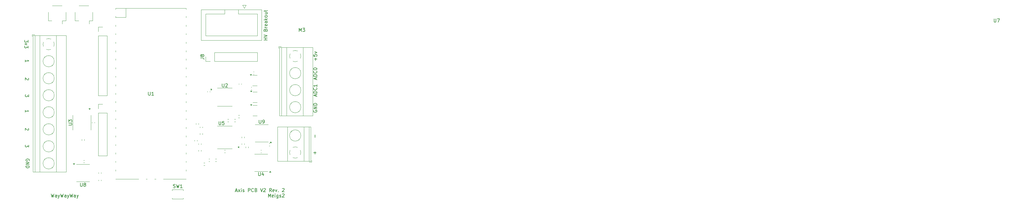
<source format=gto>
%TF.GenerationSoftware,KiCad,Pcbnew,8.0.2*%
%TF.CreationDate,2024-10-13T16:43:00-05:00*%
%TF.ProjectId,Axis_MCU_V3,41786973-5f4d-4435-955f-56332e6b6963,rev?*%
%TF.SameCoordinates,Original*%
%TF.FileFunction,Legend,Top*%
%TF.FilePolarity,Positive*%
%FSLAX46Y46*%
G04 Gerber Fmt 4.6, Leading zero omitted, Abs format (unit mm)*
G04 Created by KiCad (PCBNEW 8.0.2) date 2024-10-13 16:43:00*
%MOMM*%
%LPD*%
G01*
G04 APERTURE LIST*
%ADD10C,0.150000*%
%ADD11C,0.120000*%
G04 APERTURE END LIST*
D10*
X63545180Y-57266667D02*
X63545180Y-57885714D01*
X63545180Y-57885714D02*
X63164228Y-57552381D01*
X63164228Y-57552381D02*
X63164228Y-57695238D01*
X63164228Y-57695238D02*
X63116609Y-57790476D01*
X63116609Y-57790476D02*
X63068990Y-57838095D01*
X63068990Y-57838095D02*
X62973752Y-57885714D01*
X62973752Y-57885714D02*
X62735657Y-57885714D01*
X62735657Y-57885714D02*
X62640419Y-57838095D01*
X62640419Y-57838095D02*
X62592800Y-57790476D01*
X62592800Y-57790476D02*
X62545180Y-57695238D01*
X62545180Y-57695238D02*
X62545180Y-57409524D01*
X62545180Y-57409524D02*
X62592800Y-57314286D01*
X62592800Y-57314286D02*
X62640419Y-57266667D01*
X134654819Y-40980952D02*
X133654819Y-40980952D01*
X134131009Y-40980952D02*
X134131009Y-40409524D01*
X134654819Y-40409524D02*
X133654819Y-40409524D01*
X133654819Y-40076190D02*
X134654819Y-39742857D01*
X134654819Y-39742857D02*
X133654819Y-39409524D01*
X134131009Y-37980952D02*
X134178628Y-37838095D01*
X134178628Y-37838095D02*
X134226247Y-37790476D01*
X134226247Y-37790476D02*
X134321485Y-37742857D01*
X134321485Y-37742857D02*
X134464342Y-37742857D01*
X134464342Y-37742857D02*
X134559580Y-37790476D01*
X134559580Y-37790476D02*
X134607200Y-37838095D01*
X134607200Y-37838095D02*
X134654819Y-37933333D01*
X134654819Y-37933333D02*
X134654819Y-38314285D01*
X134654819Y-38314285D02*
X133654819Y-38314285D01*
X133654819Y-38314285D02*
X133654819Y-37980952D01*
X133654819Y-37980952D02*
X133702438Y-37885714D01*
X133702438Y-37885714D02*
X133750057Y-37838095D01*
X133750057Y-37838095D02*
X133845295Y-37790476D01*
X133845295Y-37790476D02*
X133940533Y-37790476D01*
X133940533Y-37790476D02*
X134035771Y-37838095D01*
X134035771Y-37838095D02*
X134083390Y-37885714D01*
X134083390Y-37885714D02*
X134131009Y-37980952D01*
X134131009Y-37980952D02*
X134131009Y-38314285D01*
X134654819Y-37314285D02*
X133988152Y-37314285D01*
X134178628Y-37314285D02*
X134083390Y-37266666D01*
X134083390Y-37266666D02*
X134035771Y-37219047D01*
X134035771Y-37219047D02*
X133988152Y-37123809D01*
X133988152Y-37123809D02*
X133988152Y-37028571D01*
X134607200Y-36314285D02*
X134654819Y-36409523D01*
X134654819Y-36409523D02*
X134654819Y-36599999D01*
X134654819Y-36599999D02*
X134607200Y-36695237D01*
X134607200Y-36695237D02*
X134511961Y-36742856D01*
X134511961Y-36742856D02*
X134131009Y-36742856D01*
X134131009Y-36742856D02*
X134035771Y-36695237D01*
X134035771Y-36695237D02*
X133988152Y-36599999D01*
X133988152Y-36599999D02*
X133988152Y-36409523D01*
X133988152Y-36409523D02*
X134035771Y-36314285D01*
X134035771Y-36314285D02*
X134131009Y-36266666D01*
X134131009Y-36266666D02*
X134226247Y-36266666D01*
X134226247Y-36266666D02*
X134321485Y-36742856D01*
X134654819Y-35409523D02*
X134131009Y-35409523D01*
X134131009Y-35409523D02*
X134035771Y-35457142D01*
X134035771Y-35457142D02*
X133988152Y-35552380D01*
X133988152Y-35552380D02*
X133988152Y-35742856D01*
X133988152Y-35742856D02*
X134035771Y-35838094D01*
X134607200Y-35409523D02*
X134654819Y-35504761D01*
X134654819Y-35504761D02*
X134654819Y-35742856D01*
X134654819Y-35742856D02*
X134607200Y-35838094D01*
X134607200Y-35838094D02*
X134511961Y-35885713D01*
X134511961Y-35885713D02*
X134416723Y-35885713D01*
X134416723Y-35885713D02*
X134321485Y-35838094D01*
X134321485Y-35838094D02*
X134273866Y-35742856D01*
X134273866Y-35742856D02*
X134273866Y-35504761D01*
X134273866Y-35504761D02*
X134226247Y-35409523D01*
X134654819Y-34933332D02*
X133654819Y-34933332D01*
X134273866Y-34838094D02*
X134654819Y-34552380D01*
X133988152Y-34552380D02*
X134369104Y-34933332D01*
X134654819Y-33980951D02*
X134607200Y-34076189D01*
X134607200Y-34076189D02*
X134559580Y-34123808D01*
X134559580Y-34123808D02*
X134464342Y-34171427D01*
X134464342Y-34171427D02*
X134178628Y-34171427D01*
X134178628Y-34171427D02*
X134083390Y-34123808D01*
X134083390Y-34123808D02*
X134035771Y-34076189D01*
X134035771Y-34076189D02*
X133988152Y-33980951D01*
X133988152Y-33980951D02*
X133988152Y-33838094D01*
X133988152Y-33838094D02*
X134035771Y-33742856D01*
X134035771Y-33742856D02*
X134083390Y-33695237D01*
X134083390Y-33695237D02*
X134178628Y-33647618D01*
X134178628Y-33647618D02*
X134464342Y-33647618D01*
X134464342Y-33647618D02*
X134559580Y-33695237D01*
X134559580Y-33695237D02*
X134607200Y-33742856D01*
X134607200Y-33742856D02*
X134654819Y-33838094D01*
X134654819Y-33838094D02*
X134654819Y-33980951D01*
X133988152Y-32790475D02*
X134654819Y-32790475D01*
X133988152Y-33219046D02*
X134511961Y-33219046D01*
X134511961Y-33219046D02*
X134607200Y-33171427D01*
X134607200Y-33171427D02*
X134654819Y-33076189D01*
X134654819Y-33076189D02*
X134654819Y-32933332D01*
X134654819Y-32933332D02*
X134607200Y-32838094D01*
X134607200Y-32838094D02*
X134559580Y-32790475D01*
X133988152Y-32457141D02*
X133988152Y-32076189D01*
X133654819Y-32314284D02*
X134511961Y-32314284D01*
X134511961Y-32314284D02*
X134607200Y-32266665D01*
X134607200Y-32266665D02*
X134654819Y-32171427D01*
X134654819Y-32171427D02*
X134654819Y-32076189D01*
X63449942Y-67314286D02*
X63497561Y-67361905D01*
X63497561Y-67361905D02*
X63545180Y-67457143D01*
X63545180Y-67457143D02*
X63545180Y-67695238D01*
X63545180Y-67695238D02*
X63497561Y-67790476D01*
X63497561Y-67790476D02*
X63449942Y-67838095D01*
X63449942Y-67838095D02*
X63354704Y-67885714D01*
X63354704Y-67885714D02*
X63259466Y-67885714D01*
X63259466Y-67885714D02*
X63116609Y-67838095D01*
X63116609Y-67838095D02*
X62545180Y-67266667D01*
X62545180Y-67266667D02*
X62545180Y-67885714D01*
X149073866Y-47038094D02*
X149073866Y-46276190D01*
X149454819Y-46657142D02*
X148692914Y-46657142D01*
X148454819Y-45323809D02*
X148454819Y-45799999D01*
X148454819Y-45799999D02*
X148931009Y-45847618D01*
X148931009Y-45847618D02*
X148883390Y-45799999D01*
X148883390Y-45799999D02*
X148835771Y-45704761D01*
X148835771Y-45704761D02*
X148835771Y-45466666D01*
X148835771Y-45466666D02*
X148883390Y-45371428D01*
X148883390Y-45371428D02*
X148931009Y-45323809D01*
X148931009Y-45323809D02*
X149026247Y-45276190D01*
X149026247Y-45276190D02*
X149264342Y-45276190D01*
X149264342Y-45276190D02*
X149359580Y-45323809D01*
X149359580Y-45323809D02*
X149407200Y-45371428D01*
X149407200Y-45371428D02*
X149454819Y-45466666D01*
X149454819Y-45466666D02*
X149454819Y-45704761D01*
X149454819Y-45704761D02*
X149407200Y-45799999D01*
X149407200Y-45799999D02*
X149359580Y-45847618D01*
X148788152Y-44942856D02*
X149454819Y-44704761D01*
X149454819Y-44704761D02*
X148788152Y-44466666D01*
X70241541Y-86869819D02*
X70479636Y-87869819D01*
X70479636Y-87869819D02*
X70670112Y-87155533D01*
X70670112Y-87155533D02*
X70860588Y-87869819D01*
X70860588Y-87869819D02*
X71098684Y-86869819D01*
X71908207Y-87869819D02*
X71908207Y-87346009D01*
X71908207Y-87346009D02*
X71860588Y-87250771D01*
X71860588Y-87250771D02*
X71765350Y-87203152D01*
X71765350Y-87203152D02*
X71574874Y-87203152D01*
X71574874Y-87203152D02*
X71479636Y-87250771D01*
X71908207Y-87822200D02*
X71812969Y-87869819D01*
X71812969Y-87869819D02*
X71574874Y-87869819D01*
X71574874Y-87869819D02*
X71479636Y-87822200D01*
X71479636Y-87822200D02*
X71432017Y-87726961D01*
X71432017Y-87726961D02*
X71432017Y-87631723D01*
X71432017Y-87631723D02*
X71479636Y-87536485D01*
X71479636Y-87536485D02*
X71574874Y-87488866D01*
X71574874Y-87488866D02*
X71812969Y-87488866D01*
X71812969Y-87488866D02*
X71908207Y-87441247D01*
X72289160Y-87203152D02*
X72527255Y-87869819D01*
X72765350Y-87203152D02*
X72527255Y-87869819D01*
X72527255Y-87869819D02*
X72432017Y-88107914D01*
X72432017Y-88107914D02*
X72384398Y-88155533D01*
X72384398Y-88155533D02*
X72289160Y-88203152D01*
X73051065Y-86869819D02*
X73289160Y-87869819D01*
X73289160Y-87869819D02*
X73479636Y-87155533D01*
X73479636Y-87155533D02*
X73670112Y-87869819D01*
X73670112Y-87869819D02*
X73908208Y-86869819D01*
X74717731Y-87869819D02*
X74717731Y-87346009D01*
X74717731Y-87346009D02*
X74670112Y-87250771D01*
X74670112Y-87250771D02*
X74574874Y-87203152D01*
X74574874Y-87203152D02*
X74384398Y-87203152D01*
X74384398Y-87203152D02*
X74289160Y-87250771D01*
X74717731Y-87822200D02*
X74622493Y-87869819D01*
X74622493Y-87869819D02*
X74384398Y-87869819D01*
X74384398Y-87869819D02*
X74289160Y-87822200D01*
X74289160Y-87822200D02*
X74241541Y-87726961D01*
X74241541Y-87726961D02*
X74241541Y-87631723D01*
X74241541Y-87631723D02*
X74289160Y-87536485D01*
X74289160Y-87536485D02*
X74384398Y-87488866D01*
X74384398Y-87488866D02*
X74622493Y-87488866D01*
X74622493Y-87488866D02*
X74717731Y-87441247D01*
X75098684Y-87203152D02*
X75336779Y-87869819D01*
X75574874Y-87203152D02*
X75336779Y-87869819D01*
X75336779Y-87869819D02*
X75241541Y-88107914D01*
X75241541Y-88107914D02*
X75193922Y-88155533D01*
X75193922Y-88155533D02*
X75098684Y-88203152D01*
X75860589Y-86869819D02*
X76098684Y-87869819D01*
X76098684Y-87869819D02*
X76289160Y-87155533D01*
X76289160Y-87155533D02*
X76479636Y-87869819D01*
X76479636Y-87869819D02*
X76717732Y-86869819D01*
X77527255Y-87869819D02*
X77527255Y-87346009D01*
X77527255Y-87346009D02*
X77479636Y-87250771D01*
X77479636Y-87250771D02*
X77384398Y-87203152D01*
X77384398Y-87203152D02*
X77193922Y-87203152D01*
X77193922Y-87203152D02*
X77098684Y-87250771D01*
X77527255Y-87822200D02*
X77432017Y-87869819D01*
X77432017Y-87869819D02*
X77193922Y-87869819D01*
X77193922Y-87869819D02*
X77098684Y-87822200D01*
X77098684Y-87822200D02*
X77051065Y-87726961D01*
X77051065Y-87726961D02*
X77051065Y-87631723D01*
X77051065Y-87631723D02*
X77098684Y-87536485D01*
X77098684Y-87536485D02*
X77193922Y-87488866D01*
X77193922Y-87488866D02*
X77432017Y-87488866D01*
X77432017Y-87488866D02*
X77527255Y-87441247D01*
X77908208Y-87203152D02*
X78146303Y-87869819D01*
X78384398Y-87203152D02*
X78146303Y-87869819D01*
X78146303Y-87869819D02*
X78051065Y-88107914D01*
X78051065Y-88107914D02*
X78003446Y-88155533D01*
X78003446Y-88155533D02*
X77908208Y-88203152D01*
X148502438Y-61961904D02*
X148454819Y-62057142D01*
X148454819Y-62057142D02*
X148454819Y-62199999D01*
X148454819Y-62199999D02*
X148502438Y-62342856D01*
X148502438Y-62342856D02*
X148597676Y-62438094D01*
X148597676Y-62438094D02*
X148692914Y-62485713D01*
X148692914Y-62485713D02*
X148883390Y-62533332D01*
X148883390Y-62533332D02*
X149026247Y-62533332D01*
X149026247Y-62533332D02*
X149216723Y-62485713D01*
X149216723Y-62485713D02*
X149311961Y-62438094D01*
X149311961Y-62438094D02*
X149407200Y-62342856D01*
X149407200Y-62342856D02*
X149454819Y-62199999D01*
X149454819Y-62199999D02*
X149454819Y-62104761D01*
X149454819Y-62104761D02*
X149407200Y-61961904D01*
X149407200Y-61961904D02*
X149359580Y-61914285D01*
X149359580Y-61914285D02*
X149026247Y-61914285D01*
X149026247Y-61914285D02*
X149026247Y-62104761D01*
X149454819Y-61485713D02*
X148454819Y-61485713D01*
X148454819Y-61485713D02*
X149454819Y-60914285D01*
X149454819Y-60914285D02*
X148454819Y-60914285D01*
X149454819Y-60438094D02*
X148454819Y-60438094D01*
X148454819Y-60438094D02*
X148454819Y-60199999D01*
X148454819Y-60199999D02*
X148502438Y-60057142D01*
X148502438Y-60057142D02*
X148597676Y-59961904D01*
X148597676Y-59961904D02*
X148692914Y-59914285D01*
X148692914Y-59914285D02*
X148883390Y-59866666D01*
X148883390Y-59866666D02*
X149026247Y-59866666D01*
X149026247Y-59866666D02*
X149216723Y-59914285D01*
X149216723Y-59914285D02*
X149311961Y-59961904D01*
X149311961Y-59961904D02*
X149407200Y-60057142D01*
X149407200Y-60057142D02*
X149454819Y-60199999D01*
X149454819Y-60199999D02*
X149454819Y-60438094D01*
X62545180Y-62485714D02*
X62545180Y-61914286D01*
X62545180Y-62200000D02*
X63545180Y-62200000D01*
X63545180Y-62200000D02*
X63402323Y-62104762D01*
X63402323Y-62104762D02*
X63307085Y-62009524D01*
X63307085Y-62009524D02*
X63259466Y-61914286D01*
X63697561Y-77038095D02*
X63745180Y-76942857D01*
X63745180Y-76942857D02*
X63745180Y-76800000D01*
X63745180Y-76800000D02*
X63697561Y-76657143D01*
X63697561Y-76657143D02*
X63602323Y-76561905D01*
X63602323Y-76561905D02*
X63507085Y-76514286D01*
X63507085Y-76514286D02*
X63316609Y-76466667D01*
X63316609Y-76466667D02*
X63173752Y-76466667D01*
X63173752Y-76466667D02*
X62983276Y-76514286D01*
X62983276Y-76514286D02*
X62888038Y-76561905D01*
X62888038Y-76561905D02*
X62792800Y-76657143D01*
X62792800Y-76657143D02*
X62745180Y-76800000D01*
X62745180Y-76800000D02*
X62745180Y-76895238D01*
X62745180Y-76895238D02*
X62792800Y-77038095D01*
X62792800Y-77038095D02*
X62840419Y-77085714D01*
X62840419Y-77085714D02*
X63173752Y-77085714D01*
X63173752Y-77085714D02*
X63173752Y-76895238D01*
X62745180Y-77514286D02*
X63745180Y-77514286D01*
X63745180Y-77514286D02*
X62745180Y-78085714D01*
X62745180Y-78085714D02*
X63745180Y-78085714D01*
X62745180Y-78561905D02*
X63745180Y-78561905D01*
X63745180Y-78561905D02*
X63745180Y-78800000D01*
X63745180Y-78800000D02*
X63697561Y-78942857D01*
X63697561Y-78942857D02*
X63602323Y-79038095D01*
X63602323Y-79038095D02*
X63507085Y-79085714D01*
X63507085Y-79085714D02*
X63316609Y-79133333D01*
X63316609Y-79133333D02*
X63173752Y-79133333D01*
X63173752Y-79133333D02*
X62983276Y-79085714D01*
X62983276Y-79085714D02*
X62888038Y-79038095D01*
X62888038Y-79038095D02*
X62792800Y-78942857D01*
X62792800Y-78942857D02*
X62745180Y-78800000D01*
X62745180Y-78800000D02*
X62745180Y-78561905D01*
X63449942Y-52314286D02*
X63497561Y-52361905D01*
X63497561Y-52361905D02*
X63545180Y-52457143D01*
X63545180Y-52457143D02*
X63545180Y-52695238D01*
X63545180Y-52695238D02*
X63497561Y-52790476D01*
X63497561Y-52790476D02*
X63449942Y-52838095D01*
X63449942Y-52838095D02*
X63354704Y-52885714D01*
X63354704Y-52885714D02*
X63259466Y-52885714D01*
X63259466Y-52885714D02*
X63116609Y-52838095D01*
X63116609Y-52838095D02*
X62545180Y-52266667D01*
X62545180Y-52266667D02*
X62545180Y-52885714D01*
X144190476Y-38454819D02*
X144190476Y-37454819D01*
X144190476Y-37454819D02*
X144523809Y-38169104D01*
X144523809Y-38169104D02*
X144857142Y-37454819D01*
X144857142Y-37454819D02*
X144857142Y-38454819D01*
X145238095Y-37454819D02*
X145857142Y-37454819D01*
X145857142Y-37454819D02*
X145523809Y-37835771D01*
X145523809Y-37835771D02*
X145666666Y-37835771D01*
X145666666Y-37835771D02*
X145761904Y-37883390D01*
X145761904Y-37883390D02*
X145809523Y-37931009D01*
X145809523Y-37931009D02*
X145857142Y-38026247D01*
X145857142Y-38026247D02*
X145857142Y-38264342D01*
X145857142Y-38264342D02*
X145809523Y-38359580D01*
X145809523Y-38359580D02*
X145761904Y-38407200D01*
X145761904Y-38407200D02*
X145666666Y-38454819D01*
X145666666Y-38454819D02*
X145380952Y-38454819D01*
X145380952Y-38454819D02*
X145285714Y-38407200D01*
X145285714Y-38407200D02*
X145238095Y-38359580D01*
X125234648Y-85974160D02*
X125710838Y-85974160D01*
X125139410Y-86259875D02*
X125472743Y-85259875D01*
X125472743Y-85259875D02*
X125806076Y-86259875D01*
X126044172Y-86259875D02*
X126567981Y-85593208D01*
X126044172Y-85593208D02*
X126567981Y-86259875D01*
X126948934Y-86259875D02*
X126948934Y-85593208D01*
X126948934Y-85259875D02*
X126901315Y-85307494D01*
X126901315Y-85307494D02*
X126948934Y-85355113D01*
X126948934Y-85355113D02*
X126996553Y-85307494D01*
X126996553Y-85307494D02*
X126948934Y-85259875D01*
X126948934Y-85259875D02*
X126948934Y-85355113D01*
X127377505Y-86212256D02*
X127472743Y-86259875D01*
X127472743Y-86259875D02*
X127663219Y-86259875D01*
X127663219Y-86259875D02*
X127758457Y-86212256D01*
X127758457Y-86212256D02*
X127806076Y-86117017D01*
X127806076Y-86117017D02*
X127806076Y-86069398D01*
X127806076Y-86069398D02*
X127758457Y-85974160D01*
X127758457Y-85974160D02*
X127663219Y-85926541D01*
X127663219Y-85926541D02*
X127520362Y-85926541D01*
X127520362Y-85926541D02*
X127425124Y-85878922D01*
X127425124Y-85878922D02*
X127377505Y-85783684D01*
X127377505Y-85783684D02*
X127377505Y-85736065D01*
X127377505Y-85736065D02*
X127425124Y-85640827D01*
X127425124Y-85640827D02*
X127520362Y-85593208D01*
X127520362Y-85593208D02*
X127663219Y-85593208D01*
X127663219Y-85593208D02*
X127758457Y-85640827D01*
X128996553Y-86259875D02*
X128996553Y-85259875D01*
X128996553Y-85259875D02*
X129377505Y-85259875D01*
X129377505Y-85259875D02*
X129472743Y-85307494D01*
X129472743Y-85307494D02*
X129520362Y-85355113D01*
X129520362Y-85355113D02*
X129567981Y-85450351D01*
X129567981Y-85450351D02*
X129567981Y-85593208D01*
X129567981Y-85593208D02*
X129520362Y-85688446D01*
X129520362Y-85688446D02*
X129472743Y-85736065D01*
X129472743Y-85736065D02*
X129377505Y-85783684D01*
X129377505Y-85783684D02*
X128996553Y-85783684D01*
X130567981Y-86164636D02*
X130520362Y-86212256D01*
X130520362Y-86212256D02*
X130377505Y-86259875D01*
X130377505Y-86259875D02*
X130282267Y-86259875D01*
X130282267Y-86259875D02*
X130139410Y-86212256D01*
X130139410Y-86212256D02*
X130044172Y-86117017D01*
X130044172Y-86117017D02*
X129996553Y-86021779D01*
X129996553Y-86021779D02*
X129948934Y-85831303D01*
X129948934Y-85831303D02*
X129948934Y-85688446D01*
X129948934Y-85688446D02*
X129996553Y-85497970D01*
X129996553Y-85497970D02*
X130044172Y-85402732D01*
X130044172Y-85402732D02*
X130139410Y-85307494D01*
X130139410Y-85307494D02*
X130282267Y-85259875D01*
X130282267Y-85259875D02*
X130377505Y-85259875D01*
X130377505Y-85259875D02*
X130520362Y-85307494D01*
X130520362Y-85307494D02*
X130567981Y-85355113D01*
X131329886Y-85736065D02*
X131472743Y-85783684D01*
X131472743Y-85783684D02*
X131520362Y-85831303D01*
X131520362Y-85831303D02*
X131567981Y-85926541D01*
X131567981Y-85926541D02*
X131567981Y-86069398D01*
X131567981Y-86069398D02*
X131520362Y-86164636D01*
X131520362Y-86164636D02*
X131472743Y-86212256D01*
X131472743Y-86212256D02*
X131377505Y-86259875D01*
X131377505Y-86259875D02*
X130996553Y-86259875D01*
X130996553Y-86259875D02*
X130996553Y-85259875D01*
X130996553Y-85259875D02*
X131329886Y-85259875D01*
X131329886Y-85259875D02*
X131425124Y-85307494D01*
X131425124Y-85307494D02*
X131472743Y-85355113D01*
X131472743Y-85355113D02*
X131520362Y-85450351D01*
X131520362Y-85450351D02*
X131520362Y-85545589D01*
X131520362Y-85545589D02*
X131472743Y-85640827D01*
X131472743Y-85640827D02*
X131425124Y-85688446D01*
X131425124Y-85688446D02*
X131329886Y-85736065D01*
X131329886Y-85736065D02*
X130996553Y-85736065D01*
X132615601Y-85259875D02*
X132948934Y-86259875D01*
X132948934Y-86259875D02*
X133282267Y-85259875D01*
X133567982Y-85355113D02*
X133615601Y-85307494D01*
X133615601Y-85307494D02*
X133710839Y-85259875D01*
X133710839Y-85259875D02*
X133948934Y-85259875D01*
X133948934Y-85259875D02*
X134044172Y-85307494D01*
X134044172Y-85307494D02*
X134091791Y-85355113D01*
X134091791Y-85355113D02*
X134139410Y-85450351D01*
X134139410Y-85450351D02*
X134139410Y-85545589D01*
X134139410Y-85545589D02*
X134091791Y-85688446D01*
X134091791Y-85688446D02*
X133520363Y-86259875D01*
X133520363Y-86259875D02*
X134139410Y-86259875D01*
X135901315Y-86259875D02*
X135567982Y-85783684D01*
X135329887Y-86259875D02*
X135329887Y-85259875D01*
X135329887Y-85259875D02*
X135710839Y-85259875D01*
X135710839Y-85259875D02*
X135806077Y-85307494D01*
X135806077Y-85307494D02*
X135853696Y-85355113D01*
X135853696Y-85355113D02*
X135901315Y-85450351D01*
X135901315Y-85450351D02*
X135901315Y-85593208D01*
X135901315Y-85593208D02*
X135853696Y-85688446D01*
X135853696Y-85688446D02*
X135806077Y-85736065D01*
X135806077Y-85736065D02*
X135710839Y-85783684D01*
X135710839Y-85783684D02*
X135329887Y-85783684D01*
X136710839Y-86212256D02*
X136615601Y-86259875D01*
X136615601Y-86259875D02*
X136425125Y-86259875D01*
X136425125Y-86259875D02*
X136329887Y-86212256D01*
X136329887Y-86212256D02*
X136282268Y-86117017D01*
X136282268Y-86117017D02*
X136282268Y-85736065D01*
X136282268Y-85736065D02*
X136329887Y-85640827D01*
X136329887Y-85640827D02*
X136425125Y-85593208D01*
X136425125Y-85593208D02*
X136615601Y-85593208D01*
X136615601Y-85593208D02*
X136710839Y-85640827D01*
X136710839Y-85640827D02*
X136758458Y-85736065D01*
X136758458Y-85736065D02*
X136758458Y-85831303D01*
X136758458Y-85831303D02*
X136282268Y-85926541D01*
X137091792Y-85593208D02*
X137329887Y-86259875D01*
X137329887Y-86259875D02*
X137567982Y-85593208D01*
X137948935Y-86164636D02*
X137996554Y-86212256D01*
X137996554Y-86212256D02*
X137948935Y-86259875D01*
X137948935Y-86259875D02*
X137901316Y-86212256D01*
X137901316Y-86212256D02*
X137948935Y-86164636D01*
X137948935Y-86164636D02*
X137948935Y-86259875D01*
X139139411Y-85355113D02*
X139187030Y-85307494D01*
X139187030Y-85307494D02*
X139282268Y-85259875D01*
X139282268Y-85259875D02*
X139520363Y-85259875D01*
X139520363Y-85259875D02*
X139615601Y-85307494D01*
X139615601Y-85307494D02*
X139663220Y-85355113D01*
X139663220Y-85355113D02*
X139710839Y-85450351D01*
X139710839Y-85450351D02*
X139710839Y-85545589D01*
X139710839Y-85545589D02*
X139663220Y-85688446D01*
X139663220Y-85688446D02*
X139091792Y-86259875D01*
X139091792Y-86259875D02*
X139710839Y-86259875D01*
X134996554Y-87869819D02*
X134996554Y-86869819D01*
X134996554Y-86869819D02*
X135329887Y-87584104D01*
X135329887Y-87584104D02*
X135663220Y-86869819D01*
X135663220Y-86869819D02*
X135663220Y-87869819D01*
X136520363Y-87822200D02*
X136425125Y-87869819D01*
X136425125Y-87869819D02*
X136234649Y-87869819D01*
X136234649Y-87869819D02*
X136139411Y-87822200D01*
X136139411Y-87822200D02*
X136091792Y-87726961D01*
X136091792Y-87726961D02*
X136091792Y-87346009D01*
X136091792Y-87346009D02*
X136139411Y-87250771D01*
X136139411Y-87250771D02*
X136234649Y-87203152D01*
X136234649Y-87203152D02*
X136425125Y-87203152D01*
X136425125Y-87203152D02*
X136520363Y-87250771D01*
X136520363Y-87250771D02*
X136567982Y-87346009D01*
X136567982Y-87346009D02*
X136567982Y-87441247D01*
X136567982Y-87441247D02*
X136091792Y-87536485D01*
X136996554Y-87869819D02*
X136996554Y-87203152D01*
X136996554Y-86869819D02*
X136948935Y-86917438D01*
X136948935Y-86917438D02*
X136996554Y-86965057D01*
X136996554Y-86965057D02*
X137044173Y-86917438D01*
X137044173Y-86917438D02*
X136996554Y-86869819D01*
X136996554Y-86869819D02*
X136996554Y-86965057D01*
X137901315Y-87203152D02*
X137901315Y-88012676D01*
X137901315Y-88012676D02*
X137853696Y-88107914D01*
X137853696Y-88107914D02*
X137806077Y-88155533D01*
X137806077Y-88155533D02*
X137710839Y-88203152D01*
X137710839Y-88203152D02*
X137567982Y-88203152D01*
X137567982Y-88203152D02*
X137472744Y-88155533D01*
X137901315Y-87822200D02*
X137806077Y-87869819D01*
X137806077Y-87869819D02*
X137615601Y-87869819D01*
X137615601Y-87869819D02*
X137520363Y-87822200D01*
X137520363Y-87822200D02*
X137472744Y-87774580D01*
X137472744Y-87774580D02*
X137425125Y-87679342D01*
X137425125Y-87679342D02*
X137425125Y-87393628D01*
X137425125Y-87393628D02*
X137472744Y-87298390D01*
X137472744Y-87298390D02*
X137520363Y-87250771D01*
X137520363Y-87250771D02*
X137615601Y-87203152D01*
X137615601Y-87203152D02*
X137806077Y-87203152D01*
X137806077Y-87203152D02*
X137901315Y-87250771D01*
X138329887Y-87822200D02*
X138425125Y-87869819D01*
X138425125Y-87869819D02*
X138615601Y-87869819D01*
X138615601Y-87869819D02*
X138710839Y-87822200D01*
X138710839Y-87822200D02*
X138758458Y-87726961D01*
X138758458Y-87726961D02*
X138758458Y-87679342D01*
X138758458Y-87679342D02*
X138710839Y-87584104D01*
X138710839Y-87584104D02*
X138615601Y-87536485D01*
X138615601Y-87536485D02*
X138472744Y-87536485D01*
X138472744Y-87536485D02*
X138377506Y-87488866D01*
X138377506Y-87488866D02*
X138329887Y-87393628D01*
X138329887Y-87393628D02*
X138329887Y-87346009D01*
X138329887Y-87346009D02*
X138377506Y-87250771D01*
X138377506Y-87250771D02*
X138472744Y-87203152D01*
X138472744Y-87203152D02*
X138615601Y-87203152D01*
X138615601Y-87203152D02*
X138710839Y-87250771D01*
X139139411Y-86965057D02*
X139187030Y-86917438D01*
X139187030Y-86917438D02*
X139282268Y-86869819D01*
X139282268Y-86869819D02*
X139520363Y-86869819D01*
X139520363Y-86869819D02*
X139615601Y-86917438D01*
X139615601Y-86917438D02*
X139663220Y-86965057D01*
X139663220Y-86965057D02*
X139710839Y-87060295D01*
X139710839Y-87060295D02*
X139710839Y-87155533D01*
X139710839Y-87155533D02*
X139663220Y-87298390D01*
X139663220Y-87298390D02*
X139091792Y-87869819D01*
X139091792Y-87869819D02*
X139710839Y-87869819D01*
X148873866Y-74980951D02*
X148873866Y-74219047D01*
X149254819Y-74599999D02*
X148492914Y-74599999D01*
X149169104Y-52714285D02*
X149169104Y-52238095D01*
X149454819Y-52809523D02*
X148454819Y-52476190D01*
X148454819Y-52476190D02*
X149454819Y-52142857D01*
X149454819Y-51809523D02*
X148454819Y-51809523D01*
X148454819Y-51809523D02*
X148454819Y-51571428D01*
X148454819Y-51571428D02*
X148502438Y-51428571D01*
X148502438Y-51428571D02*
X148597676Y-51333333D01*
X148597676Y-51333333D02*
X148692914Y-51285714D01*
X148692914Y-51285714D02*
X148883390Y-51238095D01*
X148883390Y-51238095D02*
X149026247Y-51238095D01*
X149026247Y-51238095D02*
X149216723Y-51285714D01*
X149216723Y-51285714D02*
X149311961Y-51333333D01*
X149311961Y-51333333D02*
X149407200Y-51428571D01*
X149407200Y-51428571D02*
X149454819Y-51571428D01*
X149454819Y-51571428D02*
X149454819Y-51809523D01*
X149359580Y-50238095D02*
X149407200Y-50285714D01*
X149407200Y-50285714D02*
X149454819Y-50428571D01*
X149454819Y-50428571D02*
X149454819Y-50523809D01*
X149454819Y-50523809D02*
X149407200Y-50666666D01*
X149407200Y-50666666D02*
X149311961Y-50761904D01*
X149311961Y-50761904D02*
X149216723Y-50809523D01*
X149216723Y-50809523D02*
X149026247Y-50857142D01*
X149026247Y-50857142D02*
X148883390Y-50857142D01*
X148883390Y-50857142D02*
X148692914Y-50809523D01*
X148692914Y-50809523D02*
X148597676Y-50761904D01*
X148597676Y-50761904D02*
X148502438Y-50666666D01*
X148502438Y-50666666D02*
X148454819Y-50523809D01*
X148454819Y-50523809D02*
X148454819Y-50428571D01*
X148454819Y-50428571D02*
X148502438Y-50285714D01*
X148502438Y-50285714D02*
X148550057Y-50238095D01*
X148454819Y-49619047D02*
X148454819Y-49523809D01*
X148454819Y-49523809D02*
X148502438Y-49428571D01*
X148502438Y-49428571D02*
X148550057Y-49380952D01*
X148550057Y-49380952D02*
X148645295Y-49333333D01*
X148645295Y-49333333D02*
X148835771Y-49285714D01*
X148835771Y-49285714D02*
X149073866Y-49285714D01*
X149073866Y-49285714D02*
X149264342Y-49333333D01*
X149264342Y-49333333D02*
X149359580Y-49380952D01*
X149359580Y-49380952D02*
X149407200Y-49428571D01*
X149407200Y-49428571D02*
X149454819Y-49523809D01*
X149454819Y-49523809D02*
X149454819Y-49619047D01*
X149454819Y-49619047D02*
X149407200Y-49714285D01*
X149407200Y-49714285D02*
X149359580Y-49761904D01*
X149359580Y-49761904D02*
X149264342Y-49809523D01*
X149264342Y-49809523D02*
X149073866Y-49857142D01*
X149073866Y-49857142D02*
X148835771Y-49857142D01*
X148835771Y-49857142D02*
X148645295Y-49809523D01*
X148645295Y-49809523D02*
X148550057Y-49761904D01*
X148550057Y-49761904D02*
X148502438Y-49714285D01*
X148502438Y-49714285D02*
X148454819Y-49619047D01*
X63345180Y-41009524D02*
X63345180Y-41628571D01*
X63345180Y-41628571D02*
X62964228Y-41295238D01*
X62964228Y-41295238D02*
X62964228Y-41438095D01*
X62964228Y-41438095D02*
X62916609Y-41533333D01*
X62916609Y-41533333D02*
X62868990Y-41580952D01*
X62868990Y-41580952D02*
X62773752Y-41628571D01*
X62773752Y-41628571D02*
X62535657Y-41628571D01*
X62535657Y-41628571D02*
X62440419Y-41580952D01*
X62440419Y-41580952D02*
X62392800Y-41533333D01*
X62392800Y-41533333D02*
X62345180Y-41438095D01*
X62345180Y-41438095D02*
X62345180Y-41152381D01*
X62345180Y-41152381D02*
X62392800Y-41057143D01*
X62392800Y-41057143D02*
X62440419Y-41009524D01*
X63011847Y-41961905D02*
X62345180Y-42200000D01*
X62345180Y-42200000D02*
X63011847Y-42438095D01*
X63345180Y-42723810D02*
X63345180Y-43342857D01*
X63345180Y-43342857D02*
X62964228Y-43009524D01*
X62964228Y-43009524D02*
X62964228Y-43152381D01*
X62964228Y-43152381D02*
X62916609Y-43247619D01*
X62916609Y-43247619D02*
X62868990Y-43295238D01*
X62868990Y-43295238D02*
X62773752Y-43342857D01*
X62773752Y-43342857D02*
X62535657Y-43342857D01*
X62535657Y-43342857D02*
X62440419Y-43295238D01*
X62440419Y-43295238D02*
X62392800Y-43247619D01*
X62392800Y-43247619D02*
X62345180Y-43152381D01*
X62345180Y-43152381D02*
X62345180Y-42866667D01*
X62345180Y-42866667D02*
X62392800Y-42771429D01*
X62392800Y-42771429D02*
X62440419Y-42723810D01*
X63545180Y-72266667D02*
X63545180Y-72885714D01*
X63545180Y-72885714D02*
X63164228Y-72552381D01*
X63164228Y-72552381D02*
X63164228Y-72695238D01*
X63164228Y-72695238D02*
X63116609Y-72790476D01*
X63116609Y-72790476D02*
X63068990Y-72838095D01*
X63068990Y-72838095D02*
X62973752Y-72885714D01*
X62973752Y-72885714D02*
X62735657Y-72885714D01*
X62735657Y-72885714D02*
X62640419Y-72838095D01*
X62640419Y-72838095D02*
X62592800Y-72790476D01*
X62592800Y-72790476D02*
X62545180Y-72695238D01*
X62545180Y-72695238D02*
X62545180Y-72409524D01*
X62545180Y-72409524D02*
X62592800Y-72314286D01*
X62592800Y-72314286D02*
X62640419Y-72266667D01*
X148873866Y-69980951D02*
X148873866Y-69219047D01*
X149169104Y-57714285D02*
X149169104Y-57238095D01*
X149454819Y-57809523D02*
X148454819Y-57476190D01*
X148454819Y-57476190D02*
X149454819Y-57142857D01*
X149454819Y-56809523D02*
X148454819Y-56809523D01*
X148454819Y-56809523D02*
X148454819Y-56571428D01*
X148454819Y-56571428D02*
X148502438Y-56428571D01*
X148502438Y-56428571D02*
X148597676Y-56333333D01*
X148597676Y-56333333D02*
X148692914Y-56285714D01*
X148692914Y-56285714D02*
X148883390Y-56238095D01*
X148883390Y-56238095D02*
X149026247Y-56238095D01*
X149026247Y-56238095D02*
X149216723Y-56285714D01*
X149216723Y-56285714D02*
X149311961Y-56333333D01*
X149311961Y-56333333D02*
X149407200Y-56428571D01*
X149407200Y-56428571D02*
X149454819Y-56571428D01*
X149454819Y-56571428D02*
X149454819Y-56809523D01*
X149359580Y-55238095D02*
X149407200Y-55285714D01*
X149407200Y-55285714D02*
X149454819Y-55428571D01*
X149454819Y-55428571D02*
X149454819Y-55523809D01*
X149454819Y-55523809D02*
X149407200Y-55666666D01*
X149407200Y-55666666D02*
X149311961Y-55761904D01*
X149311961Y-55761904D02*
X149216723Y-55809523D01*
X149216723Y-55809523D02*
X149026247Y-55857142D01*
X149026247Y-55857142D02*
X148883390Y-55857142D01*
X148883390Y-55857142D02*
X148692914Y-55809523D01*
X148692914Y-55809523D02*
X148597676Y-55761904D01*
X148597676Y-55761904D02*
X148502438Y-55666666D01*
X148502438Y-55666666D02*
X148454819Y-55523809D01*
X148454819Y-55523809D02*
X148454819Y-55428571D01*
X148454819Y-55428571D02*
X148502438Y-55285714D01*
X148502438Y-55285714D02*
X148550057Y-55238095D01*
X149454819Y-54285714D02*
X149454819Y-54857142D01*
X149454819Y-54571428D02*
X148454819Y-54571428D01*
X148454819Y-54571428D02*
X148597676Y-54666666D01*
X148597676Y-54666666D02*
X148692914Y-54761904D01*
X148692914Y-54761904D02*
X148740533Y-54857142D01*
X62545180Y-47485714D02*
X62545180Y-46914286D01*
X62545180Y-47200000D02*
X63545180Y-47200000D01*
X63545180Y-47200000D02*
X63402323Y-47104762D01*
X63402323Y-47104762D02*
X63307085Y-47009524D01*
X63307085Y-47009524D02*
X63259466Y-46914286D01*
X99238095Y-56454819D02*
X99238095Y-57264342D01*
X99238095Y-57264342D02*
X99285714Y-57359580D01*
X99285714Y-57359580D02*
X99333333Y-57407200D01*
X99333333Y-57407200D02*
X99428571Y-57454819D01*
X99428571Y-57454819D02*
X99619047Y-57454819D01*
X99619047Y-57454819D02*
X99714285Y-57407200D01*
X99714285Y-57407200D02*
X99761904Y-57359580D01*
X99761904Y-57359580D02*
X99809523Y-57264342D01*
X99809523Y-57264342D02*
X99809523Y-56454819D01*
X100809523Y-57454819D02*
X100238095Y-57454819D01*
X100523809Y-57454819D02*
X100523809Y-56454819D01*
X100523809Y-56454819D02*
X100428571Y-56597676D01*
X100428571Y-56597676D02*
X100333333Y-56692914D01*
X100333333Y-56692914D02*
X100238095Y-56740533D01*
X120238095Y-65254819D02*
X120238095Y-66064342D01*
X120238095Y-66064342D02*
X120285714Y-66159580D01*
X120285714Y-66159580D02*
X120333333Y-66207200D01*
X120333333Y-66207200D02*
X120428571Y-66254819D01*
X120428571Y-66254819D02*
X120619047Y-66254819D01*
X120619047Y-66254819D02*
X120714285Y-66207200D01*
X120714285Y-66207200D02*
X120761904Y-66159580D01*
X120761904Y-66159580D02*
X120809523Y-66064342D01*
X120809523Y-66064342D02*
X120809523Y-65254819D01*
X121761904Y-65254819D02*
X121285714Y-65254819D01*
X121285714Y-65254819D02*
X121238095Y-65731009D01*
X121238095Y-65731009D02*
X121285714Y-65683390D01*
X121285714Y-65683390D02*
X121380952Y-65635771D01*
X121380952Y-65635771D02*
X121619047Y-65635771D01*
X121619047Y-65635771D02*
X121714285Y-65683390D01*
X121714285Y-65683390D02*
X121761904Y-65731009D01*
X121761904Y-65731009D02*
X121809523Y-65826247D01*
X121809523Y-65826247D02*
X121809523Y-66064342D01*
X121809523Y-66064342D02*
X121761904Y-66159580D01*
X121761904Y-66159580D02*
X121714285Y-66207200D01*
X121714285Y-66207200D02*
X121619047Y-66254819D01*
X121619047Y-66254819D02*
X121380952Y-66254819D01*
X121380952Y-66254819D02*
X121285714Y-66207200D01*
X121285714Y-66207200D02*
X121238095Y-66159580D01*
X132238095Y-64854819D02*
X132238095Y-65664342D01*
X132238095Y-65664342D02*
X132285714Y-65759580D01*
X132285714Y-65759580D02*
X132333333Y-65807200D01*
X132333333Y-65807200D02*
X132428571Y-65854819D01*
X132428571Y-65854819D02*
X132619047Y-65854819D01*
X132619047Y-65854819D02*
X132714285Y-65807200D01*
X132714285Y-65807200D02*
X132761904Y-65759580D01*
X132761904Y-65759580D02*
X132809523Y-65664342D01*
X132809523Y-65664342D02*
X132809523Y-64854819D01*
X133333333Y-65854819D02*
X133523809Y-65854819D01*
X133523809Y-65854819D02*
X133619047Y-65807200D01*
X133619047Y-65807200D02*
X133666666Y-65759580D01*
X133666666Y-65759580D02*
X133761904Y-65616723D01*
X133761904Y-65616723D02*
X133809523Y-65426247D01*
X133809523Y-65426247D02*
X133809523Y-65045295D01*
X133809523Y-65045295D02*
X133761904Y-64950057D01*
X133761904Y-64950057D02*
X133714285Y-64902438D01*
X133714285Y-64902438D02*
X133619047Y-64854819D01*
X133619047Y-64854819D02*
X133428571Y-64854819D01*
X133428571Y-64854819D02*
X133333333Y-64902438D01*
X133333333Y-64902438D02*
X133285714Y-64950057D01*
X133285714Y-64950057D02*
X133238095Y-65045295D01*
X133238095Y-65045295D02*
X133238095Y-65283390D01*
X133238095Y-65283390D02*
X133285714Y-65378628D01*
X133285714Y-65378628D02*
X133333333Y-65426247D01*
X133333333Y-65426247D02*
X133428571Y-65473866D01*
X133428571Y-65473866D02*
X133619047Y-65473866D01*
X133619047Y-65473866D02*
X133714285Y-65426247D01*
X133714285Y-65426247D02*
X133761904Y-65378628D01*
X133761904Y-65378628D02*
X133809523Y-65283390D01*
X75454819Y-66361904D02*
X76264342Y-66361904D01*
X76264342Y-66361904D02*
X76359580Y-66314285D01*
X76359580Y-66314285D02*
X76407200Y-66266666D01*
X76407200Y-66266666D02*
X76454819Y-66171428D01*
X76454819Y-66171428D02*
X76454819Y-65980952D01*
X76454819Y-65980952D02*
X76407200Y-65885714D01*
X76407200Y-65885714D02*
X76359580Y-65838095D01*
X76359580Y-65838095D02*
X76264342Y-65790476D01*
X76264342Y-65790476D02*
X75454819Y-65790476D01*
X75454819Y-65409523D02*
X75454819Y-64790476D01*
X75454819Y-64790476D02*
X75835771Y-65123809D01*
X75835771Y-65123809D02*
X75835771Y-64980952D01*
X75835771Y-64980952D02*
X75883390Y-64885714D01*
X75883390Y-64885714D02*
X75931009Y-64838095D01*
X75931009Y-64838095D02*
X76026247Y-64790476D01*
X76026247Y-64790476D02*
X76264342Y-64790476D01*
X76264342Y-64790476D02*
X76359580Y-64838095D01*
X76359580Y-64838095D02*
X76407200Y-64885714D01*
X76407200Y-64885714D02*
X76454819Y-64980952D01*
X76454819Y-64980952D02*
X76454819Y-65266666D01*
X76454819Y-65266666D02*
X76407200Y-65361904D01*
X76407200Y-65361904D02*
X76359580Y-65409523D01*
X78963095Y-83654819D02*
X78963095Y-84464342D01*
X78963095Y-84464342D02*
X79010714Y-84559580D01*
X79010714Y-84559580D02*
X79058333Y-84607200D01*
X79058333Y-84607200D02*
X79153571Y-84654819D01*
X79153571Y-84654819D02*
X79344047Y-84654819D01*
X79344047Y-84654819D02*
X79439285Y-84607200D01*
X79439285Y-84607200D02*
X79486904Y-84559580D01*
X79486904Y-84559580D02*
X79534523Y-84464342D01*
X79534523Y-84464342D02*
X79534523Y-83654819D01*
X80153571Y-84083390D02*
X80058333Y-84035771D01*
X80058333Y-84035771D02*
X80010714Y-83988152D01*
X80010714Y-83988152D02*
X79963095Y-83892914D01*
X79963095Y-83892914D02*
X79963095Y-83845295D01*
X79963095Y-83845295D02*
X80010714Y-83750057D01*
X80010714Y-83750057D02*
X80058333Y-83702438D01*
X80058333Y-83702438D02*
X80153571Y-83654819D01*
X80153571Y-83654819D02*
X80344047Y-83654819D01*
X80344047Y-83654819D02*
X80439285Y-83702438D01*
X80439285Y-83702438D02*
X80486904Y-83750057D01*
X80486904Y-83750057D02*
X80534523Y-83845295D01*
X80534523Y-83845295D02*
X80534523Y-83892914D01*
X80534523Y-83892914D02*
X80486904Y-83988152D01*
X80486904Y-83988152D02*
X80439285Y-84035771D01*
X80439285Y-84035771D02*
X80344047Y-84083390D01*
X80344047Y-84083390D02*
X80153571Y-84083390D01*
X80153571Y-84083390D02*
X80058333Y-84131009D01*
X80058333Y-84131009D02*
X80010714Y-84178628D01*
X80010714Y-84178628D02*
X79963095Y-84273866D01*
X79963095Y-84273866D02*
X79963095Y-84464342D01*
X79963095Y-84464342D02*
X80010714Y-84559580D01*
X80010714Y-84559580D02*
X80058333Y-84607200D01*
X80058333Y-84607200D02*
X80153571Y-84654819D01*
X80153571Y-84654819D02*
X80344047Y-84654819D01*
X80344047Y-84654819D02*
X80439285Y-84607200D01*
X80439285Y-84607200D02*
X80486904Y-84559580D01*
X80486904Y-84559580D02*
X80534523Y-84464342D01*
X80534523Y-84464342D02*
X80534523Y-84273866D01*
X80534523Y-84273866D02*
X80486904Y-84178628D01*
X80486904Y-84178628D02*
X80439285Y-84131009D01*
X80439285Y-84131009D02*
X80344047Y-84083390D01*
X132038095Y-80454819D02*
X132038095Y-81264342D01*
X132038095Y-81264342D02*
X132085714Y-81359580D01*
X132085714Y-81359580D02*
X132133333Y-81407200D01*
X132133333Y-81407200D02*
X132228571Y-81454819D01*
X132228571Y-81454819D02*
X132419047Y-81454819D01*
X132419047Y-81454819D02*
X132514285Y-81407200D01*
X132514285Y-81407200D02*
X132561904Y-81359580D01*
X132561904Y-81359580D02*
X132609523Y-81264342D01*
X132609523Y-81264342D02*
X132609523Y-80454819D01*
X133514285Y-80788152D02*
X133514285Y-81454819D01*
X133276190Y-80407200D02*
X133038095Y-81121485D01*
X133038095Y-81121485D02*
X133657142Y-81121485D01*
X114774819Y-46333333D02*
X115489104Y-46333333D01*
X115489104Y-46333333D02*
X115631961Y-46380952D01*
X115631961Y-46380952D02*
X115727200Y-46476190D01*
X115727200Y-46476190D02*
X115774819Y-46619047D01*
X115774819Y-46619047D02*
X115774819Y-46714285D01*
X115203390Y-45714285D02*
X115155771Y-45809523D01*
X115155771Y-45809523D02*
X115108152Y-45857142D01*
X115108152Y-45857142D02*
X115012914Y-45904761D01*
X115012914Y-45904761D02*
X114965295Y-45904761D01*
X114965295Y-45904761D02*
X114870057Y-45857142D01*
X114870057Y-45857142D02*
X114822438Y-45809523D01*
X114822438Y-45809523D02*
X114774819Y-45714285D01*
X114774819Y-45714285D02*
X114774819Y-45523809D01*
X114774819Y-45523809D02*
X114822438Y-45428571D01*
X114822438Y-45428571D02*
X114870057Y-45380952D01*
X114870057Y-45380952D02*
X114965295Y-45333333D01*
X114965295Y-45333333D02*
X115012914Y-45333333D01*
X115012914Y-45333333D02*
X115108152Y-45380952D01*
X115108152Y-45380952D02*
X115155771Y-45428571D01*
X115155771Y-45428571D02*
X115203390Y-45523809D01*
X115203390Y-45523809D02*
X115203390Y-45714285D01*
X115203390Y-45714285D02*
X115251009Y-45809523D01*
X115251009Y-45809523D02*
X115298628Y-45857142D01*
X115298628Y-45857142D02*
X115393866Y-45904761D01*
X115393866Y-45904761D02*
X115584342Y-45904761D01*
X115584342Y-45904761D02*
X115679580Y-45857142D01*
X115679580Y-45857142D02*
X115727200Y-45809523D01*
X115727200Y-45809523D02*
X115774819Y-45714285D01*
X115774819Y-45714285D02*
X115774819Y-45523809D01*
X115774819Y-45523809D02*
X115727200Y-45428571D01*
X115727200Y-45428571D02*
X115679580Y-45380952D01*
X115679580Y-45380952D02*
X115584342Y-45333333D01*
X115584342Y-45333333D02*
X115393866Y-45333333D01*
X115393866Y-45333333D02*
X115298628Y-45380952D01*
X115298628Y-45380952D02*
X115251009Y-45428571D01*
X115251009Y-45428571D02*
X115203390Y-45523809D01*
X351310595Y-34644819D02*
X351310595Y-35454342D01*
X351310595Y-35454342D02*
X351358214Y-35549580D01*
X351358214Y-35549580D02*
X351405833Y-35597200D01*
X351405833Y-35597200D02*
X351501071Y-35644819D01*
X351501071Y-35644819D02*
X351691547Y-35644819D01*
X351691547Y-35644819D02*
X351786785Y-35597200D01*
X351786785Y-35597200D02*
X351834404Y-35549580D01*
X351834404Y-35549580D02*
X351882023Y-35454342D01*
X351882023Y-35454342D02*
X351882023Y-34644819D01*
X352262976Y-34644819D02*
X352929642Y-34644819D01*
X352929642Y-34644819D02*
X352501071Y-35644819D01*
X121238095Y-54004819D02*
X121238095Y-54814342D01*
X121238095Y-54814342D02*
X121285714Y-54909580D01*
X121285714Y-54909580D02*
X121333333Y-54957200D01*
X121333333Y-54957200D02*
X121428571Y-55004819D01*
X121428571Y-55004819D02*
X121619047Y-55004819D01*
X121619047Y-55004819D02*
X121714285Y-54957200D01*
X121714285Y-54957200D02*
X121761904Y-54909580D01*
X121761904Y-54909580D02*
X121809523Y-54814342D01*
X121809523Y-54814342D02*
X121809523Y-54004819D01*
X122238095Y-54100057D02*
X122285714Y-54052438D01*
X122285714Y-54052438D02*
X122380952Y-54004819D01*
X122380952Y-54004819D02*
X122619047Y-54004819D01*
X122619047Y-54004819D02*
X122714285Y-54052438D01*
X122714285Y-54052438D02*
X122761904Y-54100057D01*
X122761904Y-54100057D02*
X122809523Y-54195295D01*
X122809523Y-54195295D02*
X122809523Y-54290533D01*
X122809523Y-54290533D02*
X122761904Y-54433390D01*
X122761904Y-54433390D02*
X122190476Y-55004819D01*
X122190476Y-55004819D02*
X122809523Y-55004819D01*
X106666667Y-85007200D02*
X106809524Y-85054819D01*
X106809524Y-85054819D02*
X107047619Y-85054819D01*
X107047619Y-85054819D02*
X107142857Y-85007200D01*
X107142857Y-85007200D02*
X107190476Y-84959580D01*
X107190476Y-84959580D02*
X107238095Y-84864342D01*
X107238095Y-84864342D02*
X107238095Y-84769104D01*
X107238095Y-84769104D02*
X107190476Y-84673866D01*
X107190476Y-84673866D02*
X107142857Y-84626247D01*
X107142857Y-84626247D02*
X107047619Y-84578628D01*
X107047619Y-84578628D02*
X106857143Y-84531009D01*
X106857143Y-84531009D02*
X106761905Y-84483390D01*
X106761905Y-84483390D02*
X106714286Y-84435771D01*
X106714286Y-84435771D02*
X106666667Y-84340533D01*
X106666667Y-84340533D02*
X106666667Y-84245295D01*
X106666667Y-84245295D02*
X106714286Y-84150057D01*
X106714286Y-84150057D02*
X106761905Y-84102438D01*
X106761905Y-84102438D02*
X106857143Y-84054819D01*
X106857143Y-84054819D02*
X107095238Y-84054819D01*
X107095238Y-84054819D02*
X107238095Y-84102438D01*
X107571429Y-84054819D02*
X107809524Y-85054819D01*
X107809524Y-85054819D02*
X108000000Y-84340533D01*
X108000000Y-84340533D02*
X108190476Y-85054819D01*
X108190476Y-85054819D02*
X108428572Y-84054819D01*
X109333333Y-85054819D02*
X108761905Y-85054819D01*
X109047619Y-85054819D02*
X109047619Y-84054819D01*
X109047619Y-84054819D02*
X108952381Y-84197676D01*
X108952381Y-84197676D02*
X108857143Y-84292914D01*
X108857143Y-84292914D02*
X108761905Y-84340533D01*
D11*
%TO.C,U1*%
X110500000Y-82500000D02*
X103700000Y-82500000D01*
X110500000Y-79700000D02*
X110500000Y-80100000D01*
X110500000Y-77100000D02*
X110500000Y-77500000D01*
X110500000Y-74600000D02*
X110500000Y-75000000D01*
X110500000Y-72100000D02*
X110500000Y-72500000D01*
X110500000Y-69500000D02*
X110500000Y-69900000D01*
X110500000Y-67000000D02*
X110500000Y-67400000D01*
X110500000Y-64400000D02*
X110500000Y-64800000D01*
X110500000Y-61900000D02*
X110500000Y-62300000D01*
X110500000Y-59300000D02*
X110500000Y-59700000D01*
X110500000Y-56800000D02*
X110500000Y-57200000D01*
X110500000Y-54300000D02*
X110500000Y-54700000D01*
X110500000Y-51700000D02*
X110500000Y-52100000D01*
X110500000Y-49200000D02*
X110500000Y-49600000D01*
X110500000Y-46600000D02*
X110500000Y-47000000D01*
X110500000Y-44100000D02*
X110500000Y-44500000D01*
X110500000Y-41600000D02*
X110500000Y-42000000D01*
X110500000Y-39000000D02*
X110500000Y-39400000D01*
X110500000Y-36500000D02*
X110500000Y-36900000D01*
X110500000Y-33900000D02*
X110500000Y-34300000D01*
X110500000Y-31500000D02*
X110500000Y-31800000D01*
X101100000Y-82500000D02*
X101500000Y-82500000D01*
X98500000Y-82500000D02*
X98900000Y-82500000D01*
X96300000Y-82500000D02*
X89500000Y-82500000D01*
X92507000Y-34167000D02*
X92507000Y-31500000D01*
X89500000Y-79700000D02*
X89500000Y-80100000D01*
X89500000Y-77100000D02*
X89500000Y-77500000D01*
X89500000Y-74600000D02*
X89500000Y-75000000D01*
X89500000Y-72100000D02*
X89500000Y-72500000D01*
X89500000Y-69500000D02*
X89500000Y-69900000D01*
X89500000Y-67000000D02*
X89500000Y-67400000D01*
X89500000Y-64400000D02*
X89500000Y-64800000D01*
X89500000Y-61900000D02*
X89500000Y-62300000D01*
X89500000Y-59300000D02*
X89500000Y-59700000D01*
X89500000Y-56800000D02*
X89500000Y-57200000D01*
X89500000Y-54300000D02*
X89500000Y-54700000D01*
X89500000Y-51700000D02*
X89500000Y-52100000D01*
X89500000Y-49200000D02*
X89500000Y-49600000D01*
X89500000Y-46600000D02*
X89500000Y-47000000D01*
X89500000Y-44100000D02*
X89500000Y-44500000D01*
X89500000Y-41600000D02*
X89500000Y-42000000D01*
X89500000Y-39000000D02*
X89500000Y-39400000D01*
X89500000Y-36500000D02*
X89500000Y-36900000D01*
X89500000Y-34167000D02*
X92507000Y-34167000D01*
X89500000Y-33900000D02*
X89500000Y-34300000D01*
X89500000Y-31500000D02*
X110500000Y-31500000D01*
X89500000Y-31500000D02*
X89500000Y-31800000D01*
%TO.C,U5*%
X126190000Y-73165000D02*
X125860000Y-72925000D01*
X126190000Y-72685000D01*
X126190000Y-73165000D01*
G36*
X126190000Y-73165000D02*
G01*
X125860000Y-72925000D01*
X126190000Y-72685000D01*
X126190000Y-73165000D01*
G37*
X122000000Y-73385000D02*
X124200000Y-73385000D01*
X122000000Y-73385000D02*
X119800000Y-73385000D01*
X122000000Y-66615000D02*
X124200000Y-66615000D01*
X122000000Y-66615000D02*
X119800000Y-66615000D01*
%TO.C,C1*%
X117560000Y-56507836D02*
X117560000Y-56292164D01*
X116840000Y-56507836D02*
X116840000Y-56292164D01*
%TO.C,U9*%
X135940000Y-71595000D02*
X135460000Y-71595000D01*
X135700000Y-71265000D01*
X135940000Y-71595000D01*
G36*
X135940000Y-71595000D02*
G01*
X135460000Y-71595000D01*
X135700000Y-71265000D01*
X135940000Y-71595000D01*
G37*
X133000000Y-71360000D02*
X134950000Y-71360000D01*
X133000000Y-71360000D02*
X131050000Y-71360000D01*
X133000000Y-66240000D02*
X134950000Y-66240000D01*
X133000000Y-66240000D02*
X131050000Y-66240000D01*
%TO.C,R17*%
X115380000Y-69153641D02*
X115380000Y-68846359D01*
X114620000Y-69153641D02*
X114620000Y-68846359D01*
%TO.C,R15*%
X113780000Y-71153641D02*
X113780000Y-70846359D01*
X113020000Y-71153641D02*
X113020000Y-70846359D01*
%TO.C,D1*%
X129837500Y-56490000D02*
X129597500Y-56160000D01*
X130077500Y-56160000D01*
X129837500Y-56490000D01*
G36*
X129837500Y-56490000D02*
G01*
X129597500Y-56160000D01*
X130077500Y-56160000D01*
X129837500Y-56490000D01*
G37*
X131000000Y-59560000D02*
X131650000Y-59560000D01*
X131000000Y-59560000D02*
X130350000Y-59560000D01*
X131000000Y-56440000D02*
X131650000Y-56440000D01*
X131000000Y-56440000D02*
X130350000Y-56440000D01*
%TO.C,R3*%
X80180000Y-70953641D02*
X80180000Y-70646359D01*
X79420000Y-70953641D02*
X79420000Y-70646359D01*
%TO.C,R7*%
X125153641Y-65380000D02*
X124846359Y-65380000D01*
X125153641Y-64620000D02*
X124846359Y-64620000D01*
%TO.C,U3*%
X81675000Y-61740000D02*
X81435000Y-61410000D01*
X81915000Y-61410000D01*
X81675000Y-61740000D01*
G36*
X81675000Y-61740000D02*
G01*
X81435000Y-61410000D01*
X81915000Y-61410000D01*
X81675000Y-61740000D01*
G37*
X82135000Y-65600000D02*
X82135000Y-67800000D01*
X82135000Y-65600000D02*
X82135000Y-63400000D01*
X76665000Y-65600000D02*
X76665000Y-67800000D01*
X76665000Y-65600000D02*
X76665000Y-63400000D01*
%TO.C,J3*%
X144680000Y-61020000D02*
G75*
G02*
X141320000Y-61020000I-1680000J0D01*
G01*
X141320000Y-61020000D02*
G75*
G02*
X144680000Y-61020000I1680000J0D01*
G01*
X144680000Y-55940000D02*
G75*
G02*
X141320000Y-55940000I-1680000J0D01*
G01*
X141320000Y-55940000D02*
G75*
G02*
X144680000Y-55940000I1680000J0D01*
G01*
X144680000Y-50860000D02*
G75*
G02*
X141320000Y-50860000I-1680000J0D01*
G01*
X141320000Y-50860000D02*
G75*
G02*
X144680000Y-50860000I1680000J0D01*
G01*
X144535427Y-45096958D02*
G75*
G02*
X144535000Y-46464000I-1535420J-683041D01*
G01*
X143683042Y-47315427D02*
G75*
G02*
X142316000Y-47315000I-683042J1535427D01*
G01*
X142316958Y-44244573D02*
G75*
G02*
X143684000Y-44245000I683041J-1535420D01*
G01*
X141465244Y-46463318D02*
G75*
G02*
X141320000Y-45780000I1534756J683318D01*
G01*
X141319747Y-45808805D02*
G75*
G02*
X141465000Y-45096000I1680254J28806D01*
G01*
X148261000Y-63620000D02*
X138340000Y-63620000D01*
X148261000Y-43180000D02*
X148261000Y-63620000D01*
X148261000Y-43180000D02*
X138340000Y-43180000D01*
X145301000Y-43180000D02*
X145301000Y-63620000D01*
X144275000Y-62090000D02*
X144239000Y-62055000D01*
X144275000Y-57010000D02*
X144239000Y-56975000D01*
X144275000Y-51930000D02*
X144239000Y-51895000D01*
X144069000Y-62295000D02*
X144023000Y-62248000D01*
X144069000Y-57215000D02*
X144023000Y-57168000D01*
X144069000Y-52135000D02*
X144023000Y-52088000D01*
X141977000Y-59793000D02*
X141931000Y-59746000D01*
X141977000Y-54713000D02*
X141931000Y-54666000D01*
X141977000Y-49633000D02*
X141931000Y-49586000D01*
X141761000Y-59986000D02*
X141726000Y-59951000D01*
X141761000Y-54906000D02*
X141726000Y-54871000D01*
X141761000Y-49826000D02*
X141726000Y-49791000D01*
X140400000Y-43180000D02*
X140400000Y-63620000D01*
X138900000Y-43180000D02*
X138900000Y-63620000D01*
X138840000Y-42940000D02*
X138100000Y-42940000D01*
X138340000Y-43180000D02*
X138340000Y-63620000D01*
X138100000Y-42940000D02*
X138100000Y-43440000D01*
%TO.C,J2*%
X71175000Y-77780000D02*
G75*
G02*
X67815000Y-77780000I-1680000J0D01*
G01*
X67815000Y-77780000D02*
G75*
G02*
X71175000Y-77780000I1680000J0D01*
G01*
X71175000Y-72700000D02*
G75*
G02*
X67815000Y-72700000I-1680000J0D01*
G01*
X67815000Y-72700000D02*
G75*
G02*
X71175000Y-72700000I1680000J0D01*
G01*
X71175000Y-67620000D02*
G75*
G02*
X67815000Y-67620000I-1680000J0D01*
G01*
X67815000Y-67620000D02*
G75*
G02*
X71175000Y-67620000I1680000J0D01*
G01*
X71175000Y-62540000D02*
G75*
G02*
X67815000Y-62540000I-1680000J0D01*
G01*
X67815000Y-62540000D02*
G75*
G02*
X71175000Y-62540000I1680000J0D01*
G01*
X71175000Y-57460000D02*
G75*
G02*
X67815000Y-57460000I-1680000J0D01*
G01*
X67815000Y-57460000D02*
G75*
G02*
X71175000Y-57460000I1680000J0D01*
G01*
X71175000Y-52380000D02*
G75*
G02*
X67815000Y-52380000I-1680000J0D01*
G01*
X67815000Y-52380000D02*
G75*
G02*
X71175000Y-52380000I1680000J0D01*
G01*
X71175000Y-47300000D02*
G75*
G02*
X67815000Y-47300000I-1680000J0D01*
G01*
X67815000Y-47300000D02*
G75*
G02*
X71175000Y-47300000I1680000J0D01*
G01*
X71030427Y-41536958D02*
G75*
G02*
X71030000Y-42904000I-1535420J-683041D01*
G01*
X70178042Y-43755427D02*
G75*
G02*
X68811000Y-43755000I-683042J1535427D01*
G01*
X68811958Y-40684573D02*
G75*
G02*
X70179000Y-40685000I683041J-1535420D01*
G01*
X67960244Y-42903318D02*
G75*
G02*
X67815000Y-42220000I1534756J683318D01*
G01*
X67814747Y-42248805D02*
G75*
G02*
X67960000Y-41536000I1680254J28806D01*
G01*
X74756000Y-80380000D02*
X64835000Y-80380000D01*
X74756000Y-39620000D02*
X74756000Y-80380000D01*
X74756000Y-39620000D02*
X64835000Y-39620000D01*
X71796000Y-39620000D02*
X71796000Y-80380000D01*
X70770000Y-78850000D02*
X70734000Y-78815000D01*
X70770000Y-73770000D02*
X70734000Y-73735000D01*
X70770000Y-68690000D02*
X70734000Y-68655000D01*
X70770000Y-63610000D02*
X70734000Y-63575000D01*
X70770000Y-58530000D02*
X70734000Y-58495000D01*
X70770000Y-53450000D02*
X70734000Y-53415000D01*
X70770000Y-48370000D02*
X70734000Y-48335000D01*
X70564000Y-79055000D02*
X70518000Y-79008000D01*
X70564000Y-73975000D02*
X70518000Y-73928000D01*
X70564000Y-68895000D02*
X70518000Y-68848000D01*
X70564000Y-63815000D02*
X70518000Y-63768000D01*
X70564000Y-58735000D02*
X70518000Y-58688000D01*
X70564000Y-53655000D02*
X70518000Y-53608000D01*
X70564000Y-48575000D02*
X70518000Y-48528000D01*
X68472000Y-76553000D02*
X68426000Y-76506000D01*
X68472000Y-71473000D02*
X68426000Y-71426000D01*
X68472000Y-66393000D02*
X68426000Y-66346000D01*
X68472000Y-61313000D02*
X68426000Y-61266000D01*
X68472000Y-56233000D02*
X68426000Y-56186000D01*
X68472000Y-51153000D02*
X68426000Y-51106000D01*
X68472000Y-46073000D02*
X68426000Y-46026000D01*
X68256000Y-76746000D02*
X68221000Y-76711000D01*
X68256000Y-71666000D02*
X68221000Y-71631000D01*
X68256000Y-66586000D02*
X68221000Y-66551000D01*
X68256000Y-61506000D02*
X68221000Y-61471000D01*
X68256000Y-56426000D02*
X68221000Y-56391000D01*
X68256000Y-51346000D02*
X68221000Y-51311000D01*
X68256000Y-46266000D02*
X68221000Y-46231000D01*
X66895000Y-39620000D02*
X66895000Y-80380000D01*
X65395000Y-39620000D02*
X65395000Y-80380000D01*
X65335000Y-39380000D02*
X64595000Y-39380000D01*
X64835000Y-39620000D02*
X64835000Y-80380000D01*
X64595000Y-39380000D02*
X64595000Y-39880000D01*
%TO.C,R18*%
X114180000Y-66153641D02*
X114180000Y-65846359D01*
X113420000Y-66153641D02*
X113420000Y-65846359D01*
%TO.C,D2*%
X129837500Y-60490000D02*
X129597500Y-60160000D01*
X130077500Y-60160000D01*
X129837500Y-60490000D01*
G36*
X129837500Y-60490000D02*
G01*
X129597500Y-60160000D01*
X130077500Y-60160000D01*
X129837500Y-60490000D01*
G37*
X131000000Y-63560000D02*
X131650000Y-63560000D01*
X131000000Y-63560000D02*
X130350000Y-63560000D01*
X131000000Y-60440000D02*
X131650000Y-60440000D01*
X131000000Y-60440000D02*
X130350000Y-60440000D01*
%TO.C,R8*%
X122846359Y-65380000D02*
X123153641Y-65380000D01*
X122846359Y-64620000D02*
X123153641Y-64620000D01*
%TO.C,R4*%
X117216359Y-77180000D02*
X117523641Y-77180000D01*
X117216359Y-76420000D02*
X117523641Y-76420000D01*
%TO.C,C4*%
X132907836Y-74560000D02*
X132692164Y-74560000D01*
X132907836Y-73840000D02*
X132692164Y-73840000D01*
%TO.C,U8*%
X77025000Y-78170000D02*
X76785000Y-77840000D01*
X77265000Y-77840000D01*
X77025000Y-78170000D01*
G36*
X77025000Y-78170000D02*
G01*
X76785000Y-77840000D01*
X77265000Y-77840000D01*
X77025000Y-78170000D01*
G37*
X79725000Y-83195000D02*
X81675000Y-83195000D01*
X79725000Y-83195000D02*
X77775000Y-83195000D01*
X79725000Y-78075000D02*
X81675000Y-78075000D01*
X79725000Y-78075000D02*
X77775000Y-78075000D01*
%TO.C,C9*%
X129829664Y-55760000D02*
X130045336Y-55760000D01*
X129829664Y-55040000D02*
X130045336Y-55040000D01*
%TO.C,R16*%
X115380000Y-66846359D02*
X115380000Y-67153641D01*
X114620000Y-66846359D02*
X114620000Y-67153641D01*
%TO.C,U4*%
X135740000Y-80395000D02*
X135260000Y-80395000D01*
X135500000Y-80065000D01*
X135740000Y-80395000D01*
G36*
X135740000Y-80395000D02*
G01*
X135260000Y-80395000D01*
X135500000Y-80065000D01*
X135740000Y-80395000D01*
G37*
X132800000Y-80160000D02*
X134750000Y-80160000D01*
X132800000Y-80160000D02*
X130850000Y-80160000D01*
X132800000Y-75040000D02*
X134750000Y-75040000D01*
X132800000Y-75040000D02*
X130850000Y-75040000D01*
%TO.C,J8*%
X131680000Y-47330000D02*
X131680000Y-44670000D01*
X118920000Y-47330000D02*
X131680000Y-47330000D01*
X118920000Y-47330000D02*
X118920000Y-44670000D01*
X118920000Y-44670000D02*
X131680000Y-44670000D01*
X117650000Y-47330000D02*
X116320000Y-47330000D01*
X116320000Y-47330000D02*
X116320000Y-46000000D01*
%TO.C,R2*%
X85105000Y-80481359D02*
X85105000Y-80788641D01*
X84345000Y-80481359D02*
X84345000Y-80788641D01*
%TO.C,J10*%
X114980000Y-31910000D02*
X133020000Y-31910000D01*
X114980000Y-41030000D02*
X114980000Y-31910000D01*
X116280000Y-33220000D02*
X121950000Y-33220000D01*
X116280000Y-39720000D02*
X116280000Y-33220000D01*
X121950000Y-33220000D02*
X121950000Y-31910000D01*
X121950000Y-33220000D02*
X121950000Y-33220000D01*
X126050000Y-31910000D02*
X126050000Y-33220000D01*
X126050000Y-33220000D02*
X131720000Y-33220000D01*
X127310000Y-30520000D02*
X127810000Y-31520000D01*
X127810000Y-31520000D02*
X128310000Y-30520000D01*
X128310000Y-30520000D02*
X127310000Y-30520000D01*
X131720000Y-33220000D02*
X131720000Y-39720000D01*
X131720000Y-39720000D02*
X116280000Y-39720000D01*
X133020000Y-31910000D02*
X133020000Y-41030000D01*
X133020000Y-41030000D02*
X114980000Y-41030000D01*
%TO.C,U7*%
X129775000Y-51540000D02*
X129535000Y-51210000D01*
X130015000Y-51210000D01*
X129775000Y-51540000D01*
G36*
X129775000Y-51540000D02*
G01*
X129535000Y-51210000D01*
X130015000Y-51210000D01*
X129775000Y-51540000D01*
G37*
X130937500Y-54610000D02*
X131587500Y-54610000D01*
X130937500Y-54610000D02*
X130287500Y-54610000D01*
X130937500Y-51490000D02*
X131587500Y-51490000D01*
X130937500Y-51490000D02*
X130287500Y-51490000D01*
%TO.C,C2*%
X126960000Y-54187836D02*
X126960000Y-53972164D01*
X126240000Y-54187836D02*
X126240000Y-53972164D01*
%TO.C,J5*%
X144680000Y-69465000D02*
G75*
G02*
X141320000Y-69465000I-1680000J0D01*
G01*
X141320000Y-69465000D02*
G75*
G02*
X144680000Y-69465000I1680000J0D01*
G01*
X144680253Y-74516195D02*
G75*
G02*
X144535000Y-75229000I-1680254J-28806D01*
G01*
X144534756Y-73861682D02*
G75*
G02*
X144680000Y-74545000I-1534756J-683318D01*
G01*
X143683042Y-76080427D02*
G75*
G02*
X142316000Y-76080000I-683041J1535420D01*
G01*
X142316958Y-73009573D02*
G75*
G02*
X143684000Y-73010000I683042J-1535427D01*
G01*
X141464573Y-75228042D02*
G75*
G02*
X141465000Y-73861000I1535420J683041D01*
G01*
X147900000Y-77385000D02*
X147900000Y-76885000D01*
X147660000Y-77145000D02*
X147660000Y-66865000D01*
X147160000Y-77385000D02*
X147900000Y-77385000D01*
X147100000Y-77145000D02*
X147100000Y-66865000D01*
X145600000Y-77145000D02*
X145600000Y-66865000D01*
X144239000Y-70499000D02*
X144274000Y-70534000D01*
X144023000Y-70692000D02*
X144069000Y-70739000D01*
X141931000Y-68190000D02*
X141977000Y-68237000D01*
X141725000Y-68395000D02*
X141761000Y-68430000D01*
X140699000Y-77145000D02*
X140699000Y-66865000D01*
X137739000Y-77145000D02*
X147660000Y-77145000D01*
X137739000Y-77145000D02*
X137739000Y-66865000D01*
X137739000Y-66865000D02*
X147660000Y-66865000D01*
%TO.C,R14*%
X114980000Y-74153641D02*
X114980000Y-73846359D01*
X114220000Y-74153641D02*
X114220000Y-73846359D01*
%TO.C,R12*%
X128980000Y-72846359D02*
X128980000Y-73153641D01*
X128220000Y-72846359D02*
X128220000Y-73153641D01*
%TO.C,R6*%
X116043641Y-78380000D02*
X115736359Y-78380000D01*
X116043641Y-77620000D02*
X115736359Y-77620000D01*
%TO.C,R13*%
X114980000Y-71846359D02*
X114980000Y-72153641D01*
X114220000Y-71846359D02*
X114220000Y-72153641D01*
%TO.C,C10*%
X135427836Y-72560000D02*
X135212164Y-72560000D01*
X135427836Y-71840000D02*
X135212164Y-71840000D01*
%TO.C,C7*%
X80107836Y-77560000D02*
X79892164Y-77560000D01*
X80107836Y-76840000D02*
X79892164Y-76840000D01*
%TO.C,J9*%
X86930000Y-39690000D02*
X86930000Y-57530000D01*
X84270000Y-57530000D02*
X86930000Y-57530000D01*
X84270000Y-39690000D02*
X86930000Y-39690000D01*
X84270000Y-39690000D02*
X84270000Y-57530000D01*
X84270000Y-38420000D02*
X84270000Y-37090000D01*
X84270000Y-37090000D02*
X85600000Y-37090000D01*
%TO.C,J1*%
X77390000Y-32685000D02*
X77390000Y-35185000D01*
X77390000Y-35185000D02*
X78440000Y-35185000D01*
X81440000Y-30715000D02*
X78560000Y-30715000D01*
X81560000Y-35185000D02*
X81560000Y-36175000D01*
X82610000Y-32685000D02*
X82610000Y-35185000D01*
X82610000Y-35185000D02*
X81560000Y-35185000D01*
%TO.C,U2*%
X118140000Y-55725000D02*
X117810000Y-55965000D01*
X117810000Y-55485000D01*
X118140000Y-55725000D01*
G36*
X118140000Y-55725000D02*
G01*
X117810000Y-55965000D01*
X117810000Y-55485000D01*
X118140000Y-55725000D01*
G37*
X122000000Y-60735000D02*
X124200000Y-60735000D01*
X122000000Y-60735000D02*
X119800000Y-60735000D01*
X122000000Y-55265000D02*
X124200000Y-55265000D01*
X122000000Y-55265000D02*
X119800000Y-55265000D01*
%TO.C,R11*%
X127780000Y-69846359D02*
X127780000Y-70153641D01*
X127020000Y-69846359D02*
X127020000Y-70153641D01*
%TO.C,C8*%
X130492164Y-51160000D02*
X130707836Y-51160000D01*
X130492164Y-50440000D02*
X130707836Y-50440000D01*
%TO.C,J4*%
X69390000Y-32685000D02*
X69390000Y-35185000D01*
X69390000Y-35185000D02*
X70440000Y-35185000D01*
X73440000Y-30715000D02*
X70560000Y-30715000D01*
X73560000Y-35185000D02*
X73560000Y-36175000D01*
X74610000Y-32685000D02*
X74610000Y-35185000D01*
X74610000Y-35185000D02*
X73560000Y-35185000D01*
%TO.C,R10*%
X127780000Y-72153641D02*
X127780000Y-71846359D01*
X127020000Y-72153641D02*
X127020000Y-71846359D01*
%TO.C,C5*%
X121892164Y-74560000D02*
X122107836Y-74560000D01*
X121892164Y-73840000D02*
X122107836Y-73840000D01*
%TO.C,SW1*%
X109650000Y-88400000D02*
X106350000Y-88400000D01*
X109650000Y-88100000D02*
X109650000Y-88400000D01*
X109650000Y-85900000D02*
X109650000Y-85600000D01*
X109650000Y-85600000D02*
X106350000Y-85600000D01*
X106350000Y-88400000D02*
X106350000Y-88100000D01*
X106350000Y-85600000D02*
X106350000Y-85900000D01*
%TO.C,R1*%
X85105000Y-82988641D02*
X85105000Y-82681359D01*
X84345000Y-82988641D02*
X84345000Y-82681359D01*
%TO.C,R5*%
X119523641Y-77180000D02*
X119216359Y-77180000D01*
X119523641Y-76420000D02*
X119216359Y-76420000D01*
%TO.C,J7*%
X86930000Y-62730000D02*
X86930000Y-75490000D01*
X84270000Y-75490000D02*
X86930000Y-75490000D01*
X84270000Y-62730000D02*
X86930000Y-62730000D01*
X84270000Y-62730000D02*
X84270000Y-75490000D01*
X84270000Y-61460000D02*
X84270000Y-60130000D01*
X84270000Y-60130000D02*
X85600000Y-60130000D01*
%TO.C,C3*%
X83160000Y-65707836D02*
X83160000Y-65492164D01*
X82440000Y-65707836D02*
X82440000Y-65492164D01*
%TO.C,R9*%
X126046359Y-64180000D02*
X126353641Y-64180000D01*
X126046359Y-63420000D02*
X126353641Y-63420000D01*
%TD*%
M02*

</source>
